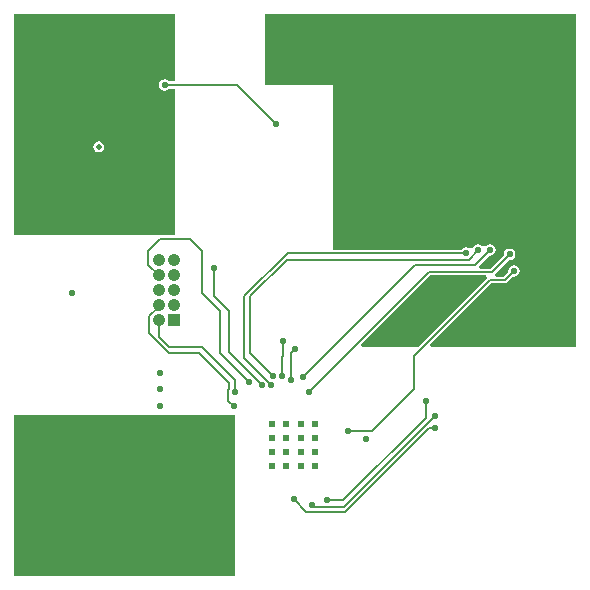
<source format=gbl>
G04 Layer_Physical_Order=4*
G04 Layer_Color=16711680*
%FSLAX25Y25*%
%MOIN*%
G70*
G01*
G75*
%ADD54C,0.00800*%
%ADD56C,0.00600*%
%ADD62C,0.04200*%
%ADD63R,0.04200X0.04200*%
%ADD64C,0.02200*%
%ADD65C,0.01969*%
%ADD66C,0.02400*%
G36*
X163892Y105478D02*
X140914Y82500D01*
X122393D01*
X122010Y83424D01*
X145065Y106478D01*
X163478D01*
X163892Y105478D01*
D02*
G37*
G36*
X80000Y6325D02*
X6325D01*
Y60000D01*
X80000D01*
Y6325D01*
D02*
G37*
G36*
X193675Y82500D02*
X145393D01*
X145010Y83424D01*
X165465Y103878D01*
X170000D01*
X170000Y103878D01*
X170429Y103964D01*
X170793Y104207D01*
X172707Y106121D01*
X173000Y106063D01*
X173741Y106210D01*
X174370Y106630D01*
X174790Y107259D01*
X174937Y108000D01*
X174790Y108741D01*
X174370Y109370D01*
X173741Y109790D01*
X173000Y109937D01*
X172259Y109790D01*
X171630Y109370D01*
X171210Y108741D01*
X171063Y108000D01*
X171121Y107707D01*
X169535Y106122D01*
X167122D01*
X166708Y107122D01*
X171207Y111621D01*
X171500Y111563D01*
X172241Y111710D01*
X172870Y112130D01*
X173290Y112759D01*
X173437Y113500D01*
X173290Y114241D01*
X172870Y114870D01*
X172241Y115290D01*
X171500Y115437D01*
X170759Y115290D01*
X170130Y114870D01*
X169710Y114241D01*
X169563Y113500D01*
X169621Y113207D01*
X165135Y108722D01*
X161722D01*
X161308Y109722D01*
X164707Y113121D01*
X165000Y113063D01*
X165741Y113210D01*
X166370Y113630D01*
X166790Y114259D01*
X166937Y115000D01*
X166790Y115741D01*
X166370Y116370D01*
X165741Y116790D01*
X165000Y116937D01*
X164259Y116790D01*
X163630Y116370D01*
X163601Y116327D01*
X162399D01*
X162370Y116370D01*
X161741Y116790D01*
X161000Y116937D01*
X160259Y116790D01*
X159630Y116370D01*
X159267Y115827D01*
X159023Y115702D01*
X158146Y115519D01*
X157741Y115790D01*
X157000Y115937D01*
X156259Y115790D01*
X155630Y115370D01*
X155464Y115122D01*
X112500D01*
Y170000D01*
X90000D01*
Y193675D01*
X193675D01*
Y82500D01*
D02*
G37*
G36*
X60000Y171223D02*
X57968D01*
X57870Y171370D01*
X57241Y171790D01*
X56500Y171937D01*
X55759Y171790D01*
X55130Y171370D01*
X54710Y170741D01*
X54563Y170000D01*
X54710Y169259D01*
X55130Y168630D01*
X55759Y168210D01*
X56500Y168063D01*
X57241Y168210D01*
X57870Y168630D01*
X57968Y168777D01*
X60000D01*
Y120000D01*
X6325D01*
Y193675D01*
X60000D01*
Y171223D01*
D02*
G37*
%LPC*%
G36*
X34500Y151217D02*
X33804Y151078D01*
X33214Y150684D01*
X32819Y150094D01*
X32681Y149398D01*
X32819Y148702D01*
X33214Y148111D01*
X33804Y147717D01*
X34500Y147578D01*
X35196Y147717D01*
X35786Y148111D01*
X36181Y148702D01*
X36319Y149398D01*
X36181Y150094D01*
X35786Y150684D01*
X35196Y151078D01*
X34500Y151217D01*
D02*
G37*
%LPD*%
D54*
X73000Y99500D02*
X78000Y94500D01*
X73000Y99500D02*
Y109000D01*
X78000Y81000D02*
Y94500D01*
Y81000D02*
X89000Y70000D01*
X56500Y170000D02*
X80500D01*
X93500Y157000D01*
X96000Y79753D02*
Y84500D01*
X95500Y73000D02*
Y79253D01*
X96000Y79753D01*
D56*
X83000Y79111D02*
X92111Y70000D01*
X144600Y107600D02*
X165600D01*
X110500Y31500D02*
X116000D01*
X106550Y29200D02*
X116200D01*
X103700Y27800D02*
X116800D01*
X105750Y30000D02*
X106550Y29200D01*
X116200D02*
X146500Y59500D01*
X116800Y27800D02*
X144500Y55500D01*
X165600Y107600D02*
X171500Y113500D01*
X161000Y114889D02*
Y115000D01*
X157911Y111800D02*
X161000Y114889D01*
X144500Y55500D02*
X146500D01*
X51000Y110000D02*
Y114500D01*
Y110000D02*
X54500Y106500D01*
X69000Y100500D02*
Y114500D01*
X51300Y92826D02*
X54500Y96026D01*
Y96500D01*
X54500Y86000D02*
Y91500D01*
X80000Y67500D02*
Y71500D01*
X51000Y114500D02*
X55000Y118500D01*
X65000D01*
X69000Y114500D01*
X51300Y87220D02*
Y92826D01*
X77800Y68411D02*
X78000Y68611D01*
X77800Y64700D02*
Y68411D01*
Y64700D02*
X79500Y63000D01*
X78000Y68611D02*
Y70500D01*
X75000Y80500D02*
X84500Y71000D01*
X75000Y80500D02*
Y94500D01*
X69000Y100500D02*
X75000Y94500D01*
X97500Y114000D02*
X157000D01*
X97300Y111800D02*
X157911D01*
X104500Y67500D02*
X144600Y107600D01*
X92111Y70000D02*
X92611Y69500D01*
X92000Y70000D02*
X92111D01*
X99500Y32000D02*
X103700Y27800D01*
X83000Y79111D02*
Y99500D01*
X97500Y114000D01*
X85000Y99500D02*
X97300Y111800D01*
X54500Y86000D02*
X58000Y82500D01*
X69000D01*
X80000Y71500D01*
X51300Y87220D02*
X58020Y80500D01*
X68000D01*
X78000Y70500D01*
X85000Y80500D02*
Y99500D01*
Y80500D02*
X92500Y73000D01*
X98500Y80500D02*
X100000Y82000D01*
X98500Y71500D02*
Y80500D01*
X102500Y72500D02*
X140000Y110000D01*
X160000D01*
X165000Y115000D01*
X116000Y31500D02*
X143500Y59000D01*
Y64500D01*
X139500Y79500D02*
X165000Y105000D01*
X170000D01*
X173000Y108000D01*
X117500Y54500D02*
X125500D01*
X139500Y68500D01*
Y79500D01*
D62*
X54500Y96500D02*
D03*
Y101500D02*
D03*
X54500Y106500D02*
D03*
X54500Y111500D02*
D03*
X59500Y96500D02*
D03*
X59500Y101500D02*
D03*
X59500Y106500D02*
D03*
Y111500D02*
D03*
X54500Y91500D02*
D03*
D63*
X59500Y91500D02*
D03*
D64*
X190000Y190000D02*
D03*
Y180000D02*
D03*
Y130000D02*
D03*
Y120000D02*
D03*
Y110000D02*
D03*
Y100000D02*
D03*
Y90000D02*
D03*
X185000Y190000D02*
D03*
X187500Y185000D02*
D03*
X185000Y180000D02*
D03*
X187500Y175000D02*
D03*
X185000Y120000D02*
D03*
X187500Y115000D02*
D03*
X185000Y110000D02*
D03*
X187500Y105000D02*
D03*
X185000Y100000D02*
D03*
X187500Y95000D02*
D03*
X185000Y90000D02*
D03*
X180000Y190000D02*
D03*
X182500Y185000D02*
D03*
X180000Y180000D02*
D03*
X182500Y175000D02*
D03*
X180000Y170000D02*
D03*
X182500Y115000D02*
D03*
X180000Y110000D02*
D03*
X182500Y105000D02*
D03*
X180000Y100000D02*
D03*
X182500Y95000D02*
D03*
X180000Y90000D02*
D03*
X175000Y190000D02*
D03*
X177500Y185000D02*
D03*
X175000Y180000D02*
D03*
X177500Y175000D02*
D03*
X175000Y170000D02*
D03*
X177500Y115000D02*
D03*
Y105000D02*
D03*
X170000Y180000D02*
D03*
X172500Y175000D02*
D03*
X170000Y170000D02*
D03*
X172500Y165000D02*
D03*
X167500D02*
D03*
X140000Y190000D02*
D03*
Y180000D02*
D03*
X135000Y190000D02*
D03*
X137500Y185000D02*
D03*
X135000Y180000D02*
D03*
X130000Y190000D02*
D03*
X132500Y185000D02*
D03*
X130000Y180000D02*
D03*
X132500Y175000D02*
D03*
X127500Y185000D02*
D03*
X125000Y180000D02*
D03*
X127500Y175000D02*
D03*
X125000Y170000D02*
D03*
Y160000D02*
D03*
X127500Y155000D02*
D03*
X120000Y170000D02*
D03*
X122500Y165000D02*
D03*
Y155000D02*
D03*
X117500Y165000D02*
D03*
X70000Y10000D02*
D03*
X55000D02*
D03*
X50000Y190000D02*
D03*
Y180000D02*
D03*
X52500Y125000D02*
D03*
Y35000D02*
D03*
X50000Y30000D02*
D03*
Y20000D02*
D03*
X52500Y15000D02*
D03*
X50000Y10000D02*
D03*
X45000Y190000D02*
D03*
X47500Y185000D02*
D03*
X45000Y180000D02*
D03*
X47500Y125000D02*
D03*
Y35000D02*
D03*
X45000Y30000D02*
D03*
X47500Y25000D02*
D03*
X45000Y20000D02*
D03*
X47500Y15000D02*
D03*
X45000Y10000D02*
D03*
X40000Y190000D02*
D03*
X42500Y185000D02*
D03*
X40000Y180000D02*
D03*
Y30000D02*
D03*
X42500Y25000D02*
D03*
X40000Y20000D02*
D03*
X42500Y15000D02*
D03*
X40000Y10000D02*
D03*
X35000Y190000D02*
D03*
X37500Y185000D02*
D03*
X35000Y180000D02*
D03*
Y30000D02*
D03*
X37500Y25000D02*
D03*
Y15000D02*
D03*
X35000Y10000D02*
D03*
X30000Y190000D02*
D03*
X32500Y185000D02*
D03*
X30000Y180000D02*
D03*
X25000Y190000D02*
D03*
X27500Y185000D02*
D03*
X25000Y180000D02*
D03*
X27500Y55000D02*
D03*
X20000Y190000D02*
D03*
X22500Y185000D02*
D03*
X20000Y130000D02*
D03*
X22500Y125000D02*
D03*
Y55000D02*
D03*
X20000Y50000D02*
D03*
X15000Y190000D02*
D03*
X17500Y185000D02*
D03*
X15000Y130000D02*
D03*
X17500Y125000D02*
D03*
Y55000D02*
D03*
X15000Y50000D02*
D03*
X17500Y45000D02*
D03*
X10000Y190000D02*
D03*
X12500Y185000D02*
D03*
X10000Y180000D02*
D03*
Y170000D02*
D03*
X12500Y125000D02*
D03*
Y55000D02*
D03*
X10000Y50000D02*
D03*
X12500Y45000D02*
D03*
X10000Y40000D02*
D03*
Y30000D02*
D03*
X155654Y188562D02*
D03*
X146594Y180928D02*
D03*
X144120Y178898D02*
D03*
X143836Y169530D02*
D03*
X146106Y167275D02*
D03*
X149229Y166580D02*
D03*
X152429D02*
D03*
X161750Y168390D02*
D03*
X163597Y171003D02*
D03*
X163920Y174187D02*
D03*
X163875Y177387D02*
D03*
X164121Y180577D02*
D03*
X37139Y53524D02*
D03*
X34183Y52297D02*
D03*
X31120Y51372D02*
D03*
X28674Y49309D02*
D03*
X26411Y47046D02*
D03*
X24149Y44783D02*
D03*
X21886Y42520D02*
D03*
X19623Y40258D02*
D03*
X17360Y37995D02*
D03*
X15382Y35480D02*
D03*
X14687Y32356D02*
D03*
Y29156D02*
D03*
Y25956D02*
D03*
X12496Y23624D02*
D03*
X28670Y10330D02*
D03*
X30685Y12816D02*
D03*
X31164Y15980D02*
D03*
Y19180D02*
D03*
X30987Y22375D02*
D03*
X29368Y25135D02*
D03*
X28313Y28156D02*
D03*
X29682Y31048D02*
D03*
X31945Y33311D02*
D03*
X34208Y35573D02*
D03*
X36741Y37528D02*
D03*
X39938Y37391D02*
D03*
X43126Y37674D02*
D03*
X45770Y39477D02*
D03*
X45619Y51719D02*
D03*
X42907Y53417D02*
D03*
X73000Y109000D02*
D03*
X110500Y31500D02*
D03*
X105750Y30000D02*
D03*
X99500Y32000D02*
D03*
X171500Y113500D02*
D03*
X161000Y115000D02*
D03*
X157000Y114000D02*
D03*
X84500Y71000D02*
D03*
X146500Y55500D02*
D03*
X143500Y64500D02*
D03*
X146500Y59500D02*
D03*
X79500Y63000D02*
D03*
X80000Y67500D02*
D03*
X104500D02*
D03*
X89000Y70000D02*
D03*
X92000D02*
D03*
X56500Y170000D02*
D03*
X93500Y157000D02*
D03*
X25500Y100500D02*
D03*
X55000Y74000D02*
D03*
Y68500D02*
D03*
Y63000D02*
D03*
X92500Y73000D02*
D03*
X95500D02*
D03*
X96000Y84500D02*
D03*
X100000Y82000D02*
D03*
X98500Y71500D02*
D03*
X102500Y72500D02*
D03*
X165000Y115000D02*
D03*
X117500Y54500D02*
D03*
X173000Y108000D02*
D03*
X123547Y51953D02*
D03*
D65*
X147169Y126169D02*
D03*
Y130500D02*
D03*
Y134831D02*
D03*
X151500Y126169D02*
D03*
Y130500D02*
D03*
Y134831D02*
D03*
X155831Y126169D02*
D03*
Y130500D02*
D03*
Y134831D02*
D03*
X34500Y149398D02*
D03*
D66*
X106587Y52362D02*
D03*
X101862D02*
D03*
X106587Y42913D02*
D03*
X101862D02*
D03*
Y57087D02*
D03*
X106587D02*
D03*
Y47638D02*
D03*
X101862D02*
D03*
X97138Y57087D02*
D03*
X92413D02*
D03*
X97138Y42913D02*
D03*
X92413D02*
D03*
X97138Y47638D02*
D03*
X92413D02*
D03*
X97138Y52362D02*
D03*
X92413D02*
D03*
M02*

</source>
